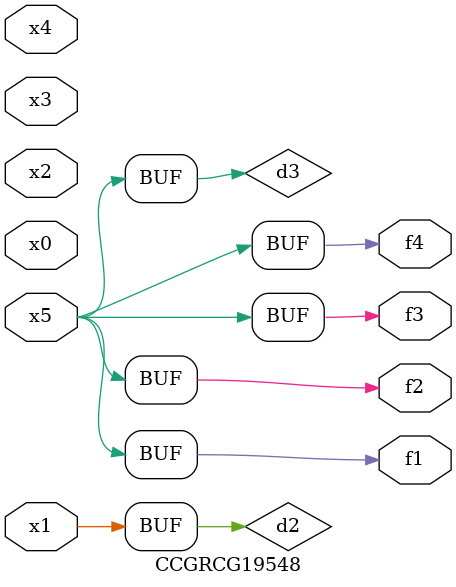
<source format=v>
module CCGRCG19548(
	input x0, x1, x2, x3, x4, x5,
	output f1, f2, f3, f4
);

	wire d1, d2, d3;

	not (d1, x5);
	or (d2, x1);
	xnor (d3, d1);
	assign f1 = d3;
	assign f2 = d3;
	assign f3 = d3;
	assign f4 = d3;
endmodule

</source>
